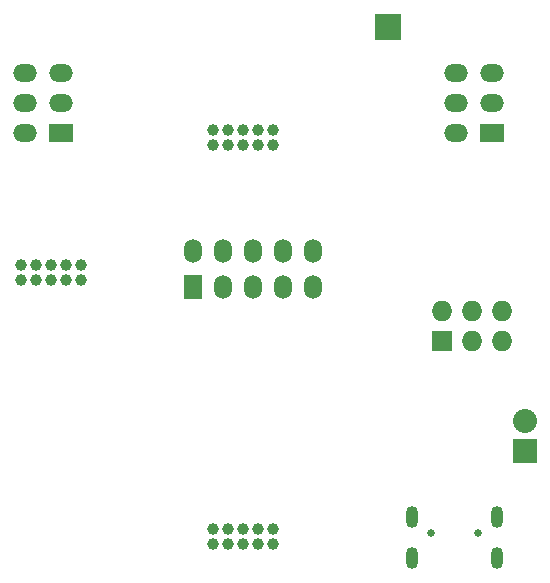
<source format=gbr>
G04 #@! TF.FileFunction,Soldermask,Bot*
%FSLAX46Y46*%
G04 Gerber Fmt 4.6, Leading zero omitted, Abs format (unit mm)*
G04 Created by KiCad (PCBNEW (2015-05-09 BZR 5648)-product) date tor 06 aug 2015 22:42:39 CEST*
%MOMM*%
G01*
G04 APERTURE LIST*
%ADD10C,0.100000*%
%ADD11R,2.000000X1.500000*%
%ADD12O,2.000000X1.500000*%
%ADD13O,1.500000X2.000000*%
%ADD14R,1.500000X2.000000*%
%ADD15C,1.000000*%
%ADD16O,1.050000X1.850000*%
%ADD17C,0.650000*%
%ADD18R,1.727200X1.727200*%
%ADD19O,1.727200X1.727200*%
%ADD20R,2.032000X2.032000*%
%ADD21O,2.032000X2.032000*%
%ADD22R,2.235200X2.235200*%
G04 APERTURE END LIST*
D10*
D11*
X112365600Y-91186000D03*
D12*
X109325600Y-91186000D03*
X112365600Y-88646000D03*
X109325600Y-88646000D03*
X112365600Y-86106000D03*
X109325600Y-86106000D03*
D13*
X133756400Y-104288400D03*
X133756400Y-101248400D03*
X131216400Y-101248400D03*
X131216400Y-104288400D03*
D14*
X123596400Y-104288400D03*
D13*
X123596400Y-101248400D03*
X126136400Y-104288400D03*
X126136400Y-101248400D03*
X128676400Y-104288400D03*
X128676400Y-101248400D03*
D11*
X148840000Y-91186000D03*
D12*
X145800000Y-91186000D03*
X148840000Y-88646000D03*
X145800000Y-88646000D03*
X148840000Y-86106000D03*
X145800000Y-86106000D03*
D15*
X125222000Y-124714000D03*
X125222000Y-125984000D03*
X126492000Y-124714000D03*
X126492000Y-125984000D03*
X127762000Y-124714000D03*
X127762000Y-125984000D03*
X129032000Y-124714000D03*
X129032000Y-125984000D03*
X130302000Y-124714000D03*
X130302000Y-125984000D03*
X109016800Y-102412800D03*
X109016800Y-103682800D03*
X110286800Y-102412800D03*
X110286800Y-103682800D03*
X111556800Y-102412800D03*
X111556800Y-103682800D03*
X112826800Y-102412800D03*
X112826800Y-103682800D03*
X114096800Y-102412800D03*
X114096800Y-103682800D03*
X125222000Y-90932000D03*
X125222000Y-92202000D03*
X126492000Y-90932000D03*
X126492000Y-92202000D03*
X127762000Y-90932000D03*
X127762000Y-92202000D03*
X129032000Y-90932000D03*
X129032000Y-92202000D03*
X130302000Y-90932000D03*
X130302000Y-92202000D03*
D16*
X142119400Y-127221600D03*
X149269400Y-127221600D03*
X142119400Y-123771600D03*
X149269400Y-123771600D03*
D17*
X143694400Y-125096600D03*
X147694400Y-125096600D03*
D18*
X144678400Y-108864400D03*
D19*
X144678400Y-106324400D03*
X147218400Y-108864400D03*
X147218400Y-106324400D03*
X149758400Y-108864400D03*
X149758400Y-106324400D03*
D20*
X151638000Y-118110000D03*
D21*
X151638000Y-115570000D03*
D22*
X140055600Y-82245200D03*
M02*

</source>
